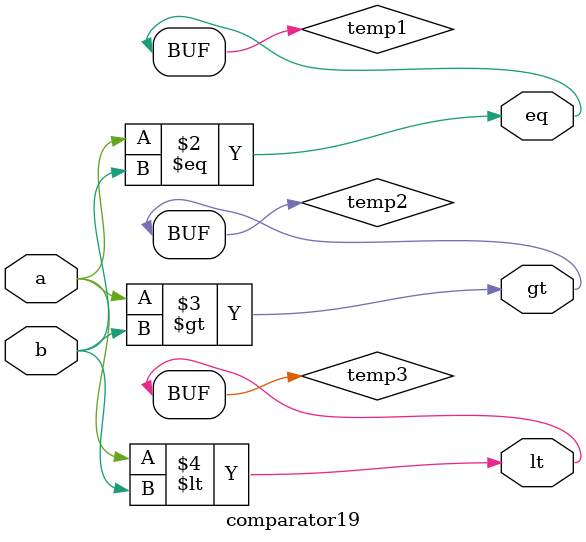
<source format=v>
module comparator19 (input a, input b, output eq, output gt, output lt);

    reg temp1, temp2, temp3;

    always @(*) begin
        temp1 = (a == b);
        temp2 = (a > b);
        temp3 = (a < b);
    end
    
    assign eq = temp1;
    assign gt = temp2;
    assign lt = temp3;
endmodule

</source>
